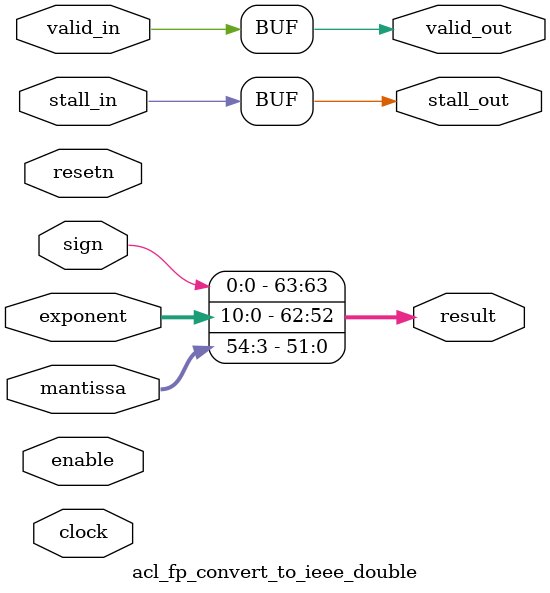
<source format=v>
    


module acl_fp_convert_to_ieee_double(clock, resetn, mantissa, exponent, sign, result, valid_in, valid_out, stall_in, stall_out, enable);
  input clock, resetn;
  input [55:0] mantissa;
  input [11:0] exponent;
  input sign;
  output [63:0] result;
  input valid_in, stall_in, enable;
  output valid_out, stall_out;
  parameter FINITE_MATH_ONLY = 1;  
  
  assign valid_out = valid_in;
  assign stall_out = stall_in;
  generate
    if (FINITE_MATH_ONLY == 0)  
      assign result = {sign, {11{exponent[11]}} | exponent[10:0], mantissa[54:3]};
    else
      assign result = {sign, exponent[10:0], mantissa[54:3]};
  endgenerate      
endmodule

</source>
